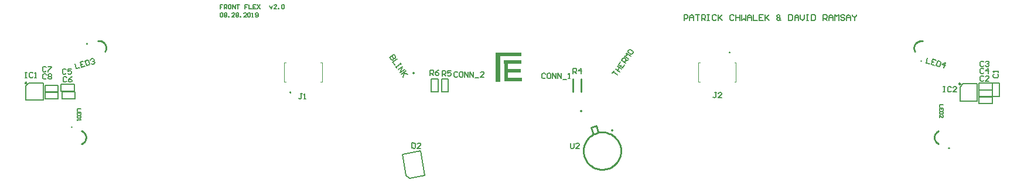
<source format=gto>
%FSTAX23Y23*%
%MOIN*%
%SFA1B1*%

%IPPOS*%
%ADD10C,0.010000*%
%ADD11C,0.007870*%
%ADD12C,0.005000*%
%ADD13C,0.006000*%
%ADD14C,0.003940*%
%ADD15C,0.008000*%
%ADD16R,0.097440X0.021290*%
%ADD17R,0.099030X0.023540*%
%ADD18R,0.101210X0.021200*%
%ADD19R,0.023890X0.123980*%
%ADD20R,0.149040X0.021200*%
%ADD21R,0.026390X0.166770*%
%LNfront_flex-1*%
%LPD*%
G36*
X-00034Y00685D02*
D01*
G37*
G54D10*
X00403Y00518D02*
D01*
X00403Y00519*
X00403Y00519*
X00403Y00519*
X00403Y00519*
X00403Y00519*
X00403Y00519*
X00403Y00519*
X00403Y00519*
X00403Y0052*
X00402Y0052*
X00402Y0052*
X00402Y0052*
X00402Y0052*
X00402Y0052*
X00402Y0052*
X00402Y0052*
X00402Y0052*
X00402Y0052*
X00401Y0052*
X00401Y0052*
X00401Y0052*
X00401Y0052*
X00401*
X00401Y0052*
X00401Y0052*
X004Y0052*
X004Y0052*
X004Y0052*
X004Y0052*
X004Y0052*
X004Y0052*
X004Y0052*
X004Y0052*
X00399Y0052*
X00399Y0052*
X00399Y0052*
X00399Y00519*
X00399Y00519*
X00399Y00519*
X00399Y00519*
X00399Y00519*
X00399Y00519*
X00399Y00519*
X00399Y00519*
X00399Y00518*
X00399Y00518*
X00399Y00518*
X00399Y00518*
X00399Y00518*
X00399Y00518*
X00399Y00518*
X00399Y00517*
X00399Y00517*
X00399Y00517*
X00399Y00517*
X00399Y00517*
X004Y00517*
X004Y00517*
X004Y00517*
X004Y00517*
X004Y00517*
X004Y00517*
X004Y00517*
X004Y00516*
X00401Y00516*
X00401Y00516*
X00401Y00516*
X00401*
X00401Y00516*
X00401Y00516*
X00401Y00516*
X00402Y00517*
X00402Y00517*
X00402Y00517*
X00402Y00517*
X00402Y00517*
X00402Y00517*
X00402Y00517*
X00402Y00517*
X00402Y00517*
X00403Y00517*
X00403Y00517*
X00403Y00517*
X00403Y00518*
X00403Y00518*
X00403Y00518*
X00403Y00518*
X00403Y00518*
X00403Y00518*
X00403Y00518*
X-0055Y00734D02*
D01*
X-0055Y00735*
X-0055Y00735*
X-0055Y00735*
X-0055Y00735*
X-0055Y00735*
X-0055Y00735*
X-0055Y00735*
X-00551Y00736*
X-00551Y00736*
X-00551Y00736*
X-00551Y00736*
X-00551Y00736*
X-00551Y00736*
X-00551Y00736*
X-00551Y00736*
X-00551Y00736*
X-00551Y00736*
X-00552Y00736*
X-00552Y00736*
X-00552Y00736*
X-00552Y00736*
X-00552Y00736*
X-00552*
X-00552Y00736*
X-00553Y00736*
X-00553Y00736*
X-00553Y00736*
X-00553Y00736*
X-00553Y00736*
X-00553Y00736*
X-00553Y00736*
X-00553Y00736*
X-00554Y00736*
X-00554Y00736*
X-00554Y00736*
X-00554Y00736*
X-00554Y00736*
X-00554Y00735*
X-00554Y00735*
X-00554Y00735*
X-00554Y00735*
X-00554Y00735*
X-00554Y00735*
X-00554Y00735*
X-00554Y00734*
X-00554Y00734*
X-00554Y00734*
X-00554Y00734*
X-00554Y00734*
X-00554Y00734*
X-00554Y00734*
X-00554Y00734*
X-00554Y00733*
X-00554Y00733*
X-00554Y00733*
X-00554Y00733*
X-00554Y00733*
X-00553Y00733*
X-00553Y00733*
X-00553Y00733*
X-00553Y00733*
X-00553Y00733*
X-00553Y00733*
X-00553Y00733*
X-00553Y00733*
X-00552Y00733*
X-00552Y00733*
X-00552*
X-00552Y00733*
X-00552Y00733*
X-00552Y00733*
X-00552Y00733*
X-00551Y00733*
X-00551Y00733*
X-00551Y00733*
X-00551Y00733*
X-00551Y00733*
X-00551Y00733*
X-00551Y00733*
X-00551Y00733*
X-00551Y00733*
X-00551Y00733*
X-0055Y00734*
X-0055Y00734*
X-0055Y00734*
X-0055Y00734*
X-0055Y00734*
X-0055Y00734*
X-0055Y00734*
X-0055Y00734*
X0063Y0029D02*
D01*
X0063Y00297*
X00629Y00305*
X00627Y00312*
X00626Y00319*
X00623Y00326*
X00621Y00333*
X00617Y0034*
X00614Y00346*
X0061Y00352*
X00605Y00358*
X006Y00364*
X00595Y00369*
X00589Y00374*
X00583Y00378*
X00577Y00382*
X0057Y00385*
X00563Y00388*
X00556Y00391*
X00549Y00393*
X00542Y00395*
X00535Y00396*
X00527Y00396*
X0052*
X00512Y00396*
X00505Y00395*
X00498Y00393*
X00491Y00391*
X00484Y00388*
X00477Y00385*
X0047Y00382*
X00464Y00378*
X00458Y00374*
X00452Y00369*
X00447Y00364*
X00442Y00358*
X00438Y00352*
X00433Y00346*
X0043Y0034*
X00426Y00333*
X00424Y00326*
X00421Y00319*
X0042Y00312*
X00418Y00305*
X00417Y00297*
X00417Y0029*
X00417Y00282*
X00418Y00275*
X0042Y00268*
X00421Y00261*
X00424Y00253*
X00426Y00247*
X0043Y0024*
X00433Y00233*
X00438Y00227*
X00442Y00221*
X00447Y00216*
X00452Y00211*
X00458Y00206*
X00464Y00202*
X0047Y00198*
X00477Y00194*
X00484Y00191*
X00491Y00189*
X00498Y00187*
X00505Y00185*
X00512Y00184*
X0052Y00184*
X00527*
X00535Y00184*
X00542Y00185*
X00549Y00187*
X00556Y00189*
X00563Y00191*
X0057Y00194*
X00577Y00198*
X00583Y00202*
X00589Y00206*
X00595Y00211*
X006Y00216*
X00605Y00221*
X0061Y00227*
X00614Y00233*
X00617Y0024*
X00621Y00247*
X00623Y00253*
X00626Y00261*
X00627Y00268*
X00629Y00275*
X0063Y00282*
X0063Y0029*
X0058Y00408D02*
D01*
X0058Y00408*
X0058Y00409*
X0058Y00409*
X0058Y00409*
X0058Y00409*
X0058Y00409*
X0058Y00409*
X0058Y00409*
X0058Y00409*
X0058Y00409*
X00579Y00409*
X00579Y00409*
X00579Y00409*
X00579Y00409*
X00579Y00409*
X00579Y0041*
X00579Y0041*
X00579Y0041*
X00579Y0041*
X00579Y0041*
X00579Y0041*
X00579Y0041*
X00579*
X00578Y0041*
X00578Y0041*
X00578Y0041*
X00578Y0041*
X00578Y0041*
X00578Y0041*
X00578Y00409*
X00578Y00409*
X00578Y00409*
X00578Y00409*
X00578Y00409*
X00578Y00409*
X00578Y00409*
X00577Y00409*
X00577Y00409*
X00577Y00409*
X00577Y00409*
X00577Y00409*
X00577Y00409*
X00577Y00409*
X00577Y00408*
X00577Y00408*
X00577Y00408*
X00577Y00408*
X00577Y00408*
X00577Y00408*
X00577Y00408*
X00577Y00408*
X00577Y00408*
X00577Y00408*
X00578Y00408*
X00578Y00408*
X00578Y00407*
X00578Y00407*
X00578Y00407*
X00578Y00407*
X00578Y00407*
X00578Y00407*
X00578Y00407*
X00578Y00407*
X00578Y00407*
X00578Y00407*
X00578Y00407*
X00579Y00407*
X00579*
X00579Y00407*
X00579Y00407*
X00579Y00407*
X00579Y00407*
X00579Y00407*
X00579Y00407*
X00579Y00407*
X00579Y00407*
X00579Y00407*
X00579Y00407*
X00579Y00407*
X0058Y00408*
X0058Y00408*
X0058Y00408*
X0058Y00408*
X0058Y00408*
X0058Y00408*
X0058Y00408*
X0058Y00408*
X0058Y00408*
X0058Y00408*
X0058Y00408*
X-02495Y00427D02*
D01*
X-02495Y00427*
X-02495Y00427*
X-02495Y00427*
X-02495Y00427*
X-02495Y00427*
X-02495Y00427*
X-02495Y00427*
X-02495Y00427*
X-02495Y00427*
X-02495Y00427*
X-02495Y00427*
X-02495Y00427*
X-02495Y00427*
X-02495Y00427*
X-02495Y00427*
X-02495Y00427*
X-02495Y00427*
X-02495Y00427*
X-02495Y00427*
X-02495Y00427*
X-02495Y00427*
X-02496Y00427*
X-02496*
X-02496Y00427*
X-02496Y00427*
X-02496Y00427*
X-02496Y00427*
X-02496Y00427*
X-02496Y00427*
X-02496Y00427*
X-02496Y00427*
X-02496Y00427*
X-02496Y00427*
X-02496Y00427*
X-02496Y00427*
X-02496Y00427*
X-02496Y00427*
X-02496Y00427*
X-02496Y00427*
X-02496Y00427*
X-02496Y00427*
X-02496Y00427*
X-02496Y00427*
X-02496Y00427*
X-02496Y00427*
X-02496Y00427*
X-02496Y00427*
X-02496Y00427*
X-02496Y00426*
X-02496Y00426*
X-02496Y00426*
X-02496Y00426*
X-02496Y00426*
X-02496Y00426*
X-02496Y00426*
X-02496Y00426*
X-02496Y00426*
X-02496Y00426*
X-02496Y00426*
X-02496Y00426*
X-02496Y00426*
X-02496Y00426*
X-02496Y00426*
X-02496Y00426*
X-02496Y00426*
X-02496Y00426*
X-02496Y00426*
X-02496*
X-02495Y00426*
X-02495Y00426*
X-02495Y00426*
X-02495Y00426*
X-02495Y00426*
X-02495Y00426*
X-02495Y00426*
X-02495Y00426*
X-02495Y00426*
X-02495Y00426*
X-02495Y00426*
X-02495Y00426*
X-02495Y00426*
X-02495Y00426*
X-02495Y00426*
X-02495Y00426*
X-02495Y00426*
X-02495Y00426*
X-02495Y00427*
X-02495Y00427*
X-02495Y00427*
X-02495Y00427*
X-02438Y0033D02*
D01*
X-02436Y00331*
X-02433Y00333*
X-02431Y00334*
X-02429Y00336*
X-02427Y00337*
X-02425Y00339*
X-02423Y00341*
X-02421Y00344*
X-0242Y00346*
X-02418Y00348*
X-02417Y00351*
X-02416Y00353*
X-02415Y00356*
X-02415Y00359*
X-02414Y00361*
X-02414Y00364*
X-02414Y00367*
X-02414Y0037*
X-02414Y00372*
X-02415Y00375*
X-02415Y00378*
X-02416Y0038*
X-02417Y00383*
X-02419Y00385*
X-0242Y00388*
X-02422Y0039*
X-02423Y00392*
X-02425Y00394*
X-02427Y00396*
X-02429Y00398*
X-02431Y00399*
X-02434Y00401*
X-02436Y00402*
X-02438Y00403*
X-02408Y00902D02*
D01*
X-02408Y00902*
X-02408Y00902*
X-02408Y00902*
X-02408Y00902*
X-02408Y00902*
X-02408Y00902*
X-02408Y00902*
X-02408Y00902*
X-02408Y00902*
X-02408Y00902*
X-02408Y00902*
X-02408Y00902*
X-02408Y00902*
X-02408Y00902*
X-02408Y00902*
X-02408Y00902*
X-02408Y00902*
X-02408Y00902*
X-02408Y00902*
X-02408Y00902*
X-02408Y00902*
X-02408Y00902*
X-02408*
X-02408Y00902*
X-02408Y00902*
X-02408Y00902*
X-02408Y00902*
X-02408Y00902*
X-02408Y00902*
X-02408Y00902*
X-02408Y00902*
X-02408Y00902*
X-02408Y00902*
X-02408Y00902*
X-02408Y00902*
X-02408Y00902*
X-02408Y00902*
X-02408Y00902*
X-02408Y00902*
X-02408Y00902*
X-02408Y00902*
X-02408Y00902*
X-02408Y00902*
X-02408Y00902*
X-02408Y00902*
X-02408Y00902*
X-02408Y00902*
X-02408Y00902*
X-02408Y00902*
X-02408Y00902*
X-02408Y00901*
X-02408Y00901*
X-02408Y00901*
X-02408Y00901*
X-02408Y00901*
X-02408Y00901*
X-02408Y00901*
X-02408Y00901*
X-02408Y00901*
X-02408Y00901*
X-02408Y00901*
X-02408Y00901*
X-02408Y00901*
X-02408Y00901*
X-02408Y00901*
X-02408Y00901*
X-02408Y00901*
X-02408*
X-02408Y00901*
X-02408Y00901*
X-02408Y00901*
X-02408Y00901*
X-02408Y00901*
X-02408Y00901*
X-02408Y00901*
X-02408Y00901*
X-02408Y00901*
X-02408Y00901*
X-02408Y00901*
X-02408Y00901*
X-02408Y00901*
X-02408Y00901*
X-02408Y00901*
X-02408Y00901*
X-02408Y00902*
X-02408Y00902*
X-02408Y00902*
X-02408Y00902*
X-02408Y00902*
X-02408Y00902*
X-02305Y00856D02*
D01*
X-02304Y00859*
X-02303Y00861*
X-02302Y00864*
X-02301Y00866*
X-023Y00869*
X-023Y00872*
X-02299Y00875*
X-02299Y00877*
X-02299Y0088*
X-023Y00883*
X-023Y00886*
X-02301Y00888*
X-02302Y00891*
X-02303Y00893*
X-02304Y00896*
X-02305Y00898*
X-02307Y009*
X-02308Y00903*
X-0231Y00905*
X-02312Y00907*
X-02314Y00908*
X-02317Y0091*
X-02319Y00911*
X-02321Y00913*
X-02324Y00914*
X-02326Y00915*
X-02329Y00915*
X-02332Y00916*
X-02334Y00916*
X-02337Y00917*
X-0234Y00917*
X-02343Y00916*
X-02345Y00916*
X-02347Y00916*
X02496Y00306D02*
D01*
X02496Y00306*
X02496Y00306*
X02496Y00306*
X02496Y00306*
X02496Y00306*
X02496Y00306*
X02496Y00306*
X02496Y00306*
X02496Y00306*
X02496Y00306*
X02496Y00306*
X02496Y00306*
X02496Y00307*
X02496Y00307*
X02496Y00307*
X02496Y00307*
X02496Y00307*
X02496Y00307*
X02496Y00307*
X02496Y00307*
X02496Y00307*
X02496Y00307*
X02496*
X02495Y00307*
X02495Y00307*
X02495Y00307*
X02495Y00307*
X02495Y00307*
X02495Y00307*
X02495Y00307*
X02495Y00307*
X02495Y00307*
X02495Y00306*
X02495Y00306*
X02495Y00306*
X02495Y00306*
X02495Y00306*
X02495Y00306*
X02495Y00306*
X02495Y00306*
X02495Y00306*
X02495Y00306*
X02495Y00306*
X02495Y00306*
X02495Y00306*
X02495Y00306*
X02495Y00306*
X02495Y00306*
X02495Y00306*
X02495Y00306*
X02495Y00306*
X02495Y00306*
X02495Y00306*
X02495Y00306*
X02495Y00306*
X02495Y00306*
X02495Y00306*
X02495Y00306*
X02495Y00306*
X02495Y00306*
X02495Y00306*
X02495Y00306*
X02495Y00306*
X02495Y00306*
X02495Y00306*
X02495Y00306*
X02496Y00306*
X02496*
X02496Y00306*
X02496Y00306*
X02496Y00306*
X02496Y00306*
X02496Y00306*
X02496Y00306*
X02496Y00306*
X02496Y00306*
X02496Y00306*
X02496Y00306*
X02496Y00306*
X02496Y00306*
X02496Y00306*
X02496Y00306*
X02496Y00306*
X02496Y00306*
X02496Y00306*
X02496Y00306*
X02496Y00306*
X02496Y00306*
X02496Y00306*
X02496Y00306*
X02438Y00403D02*
D01*
X02436Y00402*
X02433Y004*
X02431Y00399*
X02429Y00397*
X02427Y00395*
X02425Y00393*
X02423Y00391*
X02421Y00389*
X0242Y00387*
X02418Y00385*
X02417Y00382*
X02416Y00379*
X02415Y00377*
X02415Y00374*
X02414Y00371*
X02414Y00369*
X02414Y00366*
X02414Y00363*
X02414Y00361*
X02415Y00358*
X02415Y00355*
X02416Y00353*
X02417Y0035*
X02419Y00348*
X0242Y00345*
X02422Y00343*
X02423Y00341*
X02425Y00339*
X02427Y00337*
X02429Y00335*
X02431Y00334*
X02434Y00332*
X02436Y00331*
X02438Y0033*
X02337Y00803D02*
D01*
X02337Y00803*
X02337Y00803*
X02337Y00803*
X02337Y00803*
X02337Y00803*
X02337Y00803*
X02337Y00803*
X02337Y00803*
X02337Y00803*
X02337Y00803*
X02337Y00803*
X02337Y00803*
X02337Y00803*
X02337Y00803*
X02337Y00803*
X02337Y00803*
X02337Y00803*
X02337Y00803*
X02337Y00803*
X02337Y00803*
X02337Y00803*
X02337Y00803*
X02337*
X02337Y00803*
X02337Y00803*
X02336Y00803*
X02336Y00803*
X02336Y00803*
X02336Y00803*
X02336Y00803*
X02336Y00803*
X02336Y00803*
X02336Y00803*
X02336Y00803*
X02336Y00803*
X02336Y00803*
X02336Y00803*
X02336Y00803*
X02336Y00803*
X02336Y00803*
X02336Y00803*
X02336Y00803*
X02336Y00803*
X02336Y00803*
X02336Y00803*
X02336Y00803*
X02336Y00803*
X02336Y00803*
X02336Y00802*
X02336Y00802*
X02336Y00802*
X02336Y00802*
X02336Y00802*
X02336Y00802*
X02336Y00802*
X02336Y00802*
X02336Y00802*
X02336Y00802*
X02336Y00802*
X02336Y00802*
X02336Y00802*
X02336Y00802*
X02336Y00802*
X02336Y00802*
X02337Y00802*
X02337Y00802*
X02337Y00802*
X02337*
X02337Y00802*
X02337Y00802*
X02337Y00802*
X02337Y00802*
X02337Y00802*
X02337Y00802*
X02337Y00802*
X02337Y00802*
X02337Y00802*
X02337Y00802*
X02337Y00802*
X02337Y00802*
X02337Y00802*
X02337Y00802*
X02337Y00802*
X02337Y00802*
X02337Y00802*
X02337Y00802*
X02337Y00803*
X02337Y00803*
X02337Y00803*
X02337Y00803*
X02346Y00915D02*
D01*
X02343Y00915*
X0234Y00915*
X02338Y00916*
X02335Y00916*
X02332Y00915*
X02329Y00915*
X02327Y00914*
X02324Y00913*
X02322Y00912*
X02319Y00911*
X02317Y0091*
X02314Y00908*
X02312Y00907*
X0231Y00905*
X02308Y00903*
X02306Y00901*
X02305Y00899*
X02303Y00896*
X02302Y00894*
X02301Y00892*
X023Y00889*
X02299Y00886*
X02298Y00884*
X02298Y00881*
X02298Y00878*
X02298Y00876*
X02298Y00873*
X02298Y0087*
X02299Y00867*
X02299Y00865*
X023Y00862*
X02301Y0086*
X02303Y00857*
X02304Y00855*
X00459Y00422D02*
X00473Y00383D01*
X00459Y00422D02*
X0049Y00433D01*
X00502Y00398*
X00357Y00628D02*
Y00699D01*
X00404Y00628D02*
Y00699D01*
G54D11*
X-02752Y00678D02*
D01*
X-02752Y00678*
X-02752Y00678*
X-02752Y00679*
X-02752Y00679*
X-02752Y00679*
X-02752Y00679*
X-02752Y0068*
X-02752Y0068*
X-02753Y0068*
X-02753Y0068*
X-02753Y0068*
X-02753Y00681*
X-02753Y00681*
X-02754Y00681*
X-02754Y00681*
X-02754Y00681*
X-02754Y00681*
X-02755Y00682*
X-02755Y00682*
X-02755Y00682*
X-02755Y00682*
X-02756Y00682*
X-02756*
X-02756Y00682*
X-02756Y00682*
X-02757Y00682*
X-02757Y00682*
X-02757Y00681*
X-02758Y00681*
X-02758Y00681*
X-02758Y00681*
X-02758Y00681*
X-02758Y00681*
X-02759Y0068*
X-02759Y0068*
X-02759Y0068*
X-02759Y0068*
X-02759Y0068*
X-02759Y00679*
X-02759Y00679*
X-0276Y00679*
X-0276Y00679*
X-0276Y00678*
X-0276Y00678*
X-0276Y00678*
X-0276Y00677*
X-0276Y00677*
X-0276Y00677*
X-0276Y00677*
X-02759Y00676*
X-02759Y00676*
X-02759Y00676*
X-02759Y00676*
X-02759Y00675*
X-02759Y00675*
X-02759Y00675*
X-02758Y00675*
X-02758Y00675*
X-02758Y00674*
X-02758Y00674*
X-02758Y00674*
X-02757Y00674*
X-02757Y00674*
X-02757Y00674*
X-02756Y00674*
X-02756Y00674*
X-02756Y00674*
X-02756*
X-02755Y00674*
X-02755Y00674*
X-02755Y00674*
X-02755Y00674*
X-02754Y00674*
X-02754Y00674*
X-02754Y00674*
X-02754Y00674*
X-02753Y00675*
X-02753Y00675*
X-02753Y00675*
X-02753Y00675*
X-02753Y00675*
X-02752Y00676*
X-02752Y00676*
X-02752Y00676*
X-02752Y00676*
X-02752Y00677*
X-02752Y00677*
X-02752Y00677*
X-02752Y00677*
X-02752Y00678*
X02563Y00672D02*
D01*
X02563Y00673*
X02563Y00673*
X02563Y00673*
X02562Y00673*
X02562Y00674*
X02562Y00674*
X02562Y00674*
X02562Y00674*
X02562Y00675*
X02562Y00675*
X02562Y00675*
X02561Y00675*
X02561Y00675*
X02561Y00676*
X02561Y00676*
X0256Y00676*
X0256Y00676*
X0256Y00676*
X0256Y00676*
X02559Y00676*
X02559Y00676*
X02559Y00676*
X02559*
X02558Y00676*
X02558Y00676*
X02558Y00676*
X02557Y00676*
X02557Y00676*
X02557Y00676*
X02557Y00676*
X02556Y00676*
X02556Y00675*
X02556Y00675*
X02556Y00675*
X02556Y00675*
X02555Y00675*
X02555Y00674*
X02555Y00674*
X02555Y00674*
X02555Y00674*
X02555Y00673*
X02555Y00673*
X02555Y00673*
X02555Y00673*
X02555Y00672*
X02555Y00672*
X02555Y00672*
X02555Y00671*
X02555Y00671*
X02555Y00671*
X02555Y00671*
X02555Y0067*
X02555Y0067*
X02555Y0067*
X02556Y0067*
X02556Y0067*
X02556Y00669*
X02556Y00669*
X02556Y00669*
X02557Y00669*
X02557Y00669*
X02557Y00669*
X02557Y00668*
X02558Y00668*
X02558Y00668*
X02558Y00668*
X02559Y00668*
X02559*
X02559Y00668*
X02559Y00668*
X0256Y00668*
X0256Y00668*
X0256Y00669*
X0256Y00669*
X02561Y00669*
X02561Y00669*
X02561Y00669*
X02561Y00669*
X02562Y0067*
X02562Y0067*
X02562Y0067*
X02562Y0067*
X02562Y0067*
X02562Y00671*
X02562Y00671*
X02562Y00671*
X02563Y00671*
X02563Y00672*
X02563Y00672*
X02563Y00672*
X01252Y00852D02*
D01*
X01252Y00852*
X01252Y00852*
X01252Y00852*
X01252Y00852*
X01252Y00852*
X01252Y00852*
X01252Y00853*
X01252Y00853*
X01252Y00853*
X01252Y00853*
X01252Y00853*
X01252Y00853*
X01252Y00853*
X01251Y00853*
X01251Y00853*
X01251Y00853*
X01251Y00853*
X01251Y00854*
X01251Y00854*
X01251Y00854*
X01251Y00854*
X0125Y00854*
X0125*
X0125Y00854*
X0125Y00854*
X0125Y00854*
X0125Y00854*
X0125Y00853*
X0125Y00853*
X01249Y00853*
X01249Y00853*
X01249Y00853*
X01249Y00853*
X01249Y00853*
X01249Y00853*
X01249Y00853*
X01249Y00853*
X01249Y00853*
X01249Y00852*
X01249Y00852*
X01248Y00852*
X01248Y00852*
X01248Y00852*
X01248Y00852*
X01248Y00852*
D01*
X01248Y00851*
X01248Y00851*
X01248Y00851*
X01248Y00851*
X01249Y00851*
X01249Y00851*
X01249Y00851*
X01249Y00851*
X01249Y0085*
X01249Y0085*
X01249Y0085*
X01249Y0085*
X01249Y0085*
X01249Y0085*
X01249Y0085*
X0125Y0085*
X0125Y0085*
X0125Y0085*
X0125Y0085*
X0125Y0085*
X0125Y0085*
X0125Y0085*
X0125*
X01251Y0085*
X01251Y0085*
X01251Y0085*
X01251Y0085*
X01251Y0085*
X01251Y0085*
X01251Y0085*
X01251Y0085*
X01252Y0085*
X01252Y0085*
X01252Y0085*
X01252Y0085*
X01252Y0085*
X01252Y00851*
X01252Y00851*
X01252Y00851*
X01252Y00851*
X01252Y00851*
X01252Y00851*
X01252Y00851*
X01252Y00851*
X01252Y00852*
D01*
X01252Y00852*
X01252Y00852*
X01252Y00852*
X01252Y00852*
X01252Y00852*
X01252Y00852*
X01252Y00853*
X01252Y00853*
X01252Y00853*
X01252Y00853*
X01252Y00853*
X01252Y00853*
X01252Y00853*
X01251Y00853*
X01251Y00853*
X01251Y00853*
X01251Y00853*
X01251Y00854*
X01251Y00854*
X01251Y00854*
X01251Y00854*
X0125Y00854*
X0125*
X0125Y00854*
X0125Y00854*
X0125Y00854*
X0125Y00854*
X0125Y00853*
X0125Y00853*
X01249Y00853*
X01249Y00853*
X01249Y00853*
X01249Y00853*
X01249Y00853*
X01249Y00853*
X01249Y00853*
X01249Y00853*
X01249Y00853*
X01249Y00852*
X01249Y00852*
X01248Y00852*
X01248Y00852*
X01248Y00852*
X01248Y00852*
X01248Y00852*
X-01252Y00623D02*
D01*
X-01252Y00623*
X-01252Y00623*
X-01252Y00623*
X-01252Y00623*
X-01252Y00623*
X-01252Y00622*
X-01252Y00622*
X-01252Y00622*
X-01252Y00622*
X-01252Y00622*
X-01252Y00622*
X-01252Y00622*
X-01252Y00622*
X-01251Y00622*
X-01251Y00622*
X-01251Y00622*
X-01251Y00621*
X-01251Y00621*
X-01251Y00621*
X-01251Y00621*
X-01251Y00621*
X-0125Y00621*
X-0125*
X-0125Y00621*
X-0125Y00621*
X-0125Y00621*
X-0125Y00621*
X-0125Y00621*
X-0125Y00622*
X-01249Y00622*
X-01249Y00622*
X-01249Y00622*
X-01249Y00622*
X-01249Y00622*
X-01249Y00622*
X-01249Y00622*
X-01249Y00622*
X-01249Y00622*
X-01249Y00622*
X-01249Y00623*
X-01248Y00623*
X-01248Y00623*
X-01248Y00623*
X-01248Y00623*
X-01248Y00623*
D01*
X-01248Y00623*
X-01248Y00624*
X-01248Y00624*
X-01248Y00624*
X-01249Y00624*
X-01249Y00624*
X-01249Y00624*
X-01249Y00624*
X-01249Y00624*
X-01249Y00625*
X-01249Y00625*
X-01249Y00625*
X-01249Y00625*
X-01249Y00625*
X-01249Y00625*
X-0125Y00625*
X-0125Y00625*
X-0125Y00625*
X-0125Y00625*
X-0125Y00625*
X-0125Y00625*
X-0125Y00625*
X-0125*
X-01251Y00625*
X-01251Y00625*
X-01251Y00625*
X-01251Y00625*
X-01251Y00625*
X-01251Y00625*
X-01251Y00625*
X-01251Y00625*
X-01252Y00625*
X-01252Y00625*
X-01252Y00625*
X-01252Y00625*
X-01252Y00624*
X-01252Y00624*
X-01252Y00624*
X-01252Y00624*
X-01252Y00624*
X-01252Y00624*
X-01252Y00624*
X-01252Y00624*
X-01252Y00623*
X-01252Y00623*
D01*
X-01252Y00623*
X-01252Y00623*
X-01252Y00623*
X-01252Y00623*
X-01252Y00623*
X-01252Y00622*
X-01252Y00622*
X-01252Y00622*
X-01252Y00622*
X-01252Y00622*
X-01252Y00622*
X-01252Y00622*
X-01252Y00622*
X-01251Y00622*
X-01251Y00622*
X-01251Y00622*
X-01251Y00621*
X-01251Y00621*
X-01251Y00621*
X-01251Y00621*
X-01251Y00621*
X-0125Y00621*
X-0125*
X-0125Y00621*
X-0125Y00621*
X-0125Y00621*
X-0125Y00621*
X-0125Y00621*
X-0125Y00622*
X-01249Y00622*
X-01249Y00622*
X-01249Y00622*
X-01249Y00622*
X-01249Y00622*
X-01249Y00622*
X-01249Y00622*
X-01249Y00622*
X-01249Y00622*
X-01249Y00622*
X-01249Y00623*
X-01248Y00623*
X-01248Y00623*
X-01248Y00623*
X-01248Y00623*
X-01248Y00623*
X-02756Y0066D02*
X-02738Y00678D01*
X-02756Y00579D02*
Y0066D01*
Y00579D02*
X-02657D01*
Y00678*
X-02738D02*
X-02657D01*
X02577Y00672D02*
X02658D01*
Y00573D02*
Y00672D01*
X02559Y00573D02*
X02658D01*
X02559D02*
Y00654D01*
X02577Y00672*
X-01635Y01123D02*
X-01651D01*
Y01111*
X-01643*
X-01651*
Y01099*
X-01627D02*
Y01123D01*
X-01616*
X-01612Y01119*
Y01111*
X-01616Y01107*
X-01627*
X-01619D02*
X-01612Y01099D01*
X-01592Y01123D02*
X-016D01*
X-01604Y01119*
Y01103*
X-016Y01099*
X-01592*
X-01588Y01103*
Y01119*
X-01592Y01123*
X-0158Y01099D02*
Y01123D01*
X-01564Y01099*
Y01123*
X-01556D02*
X-01541D01*
X-01549*
Y01099*
X-01493Y01123D02*
X-01509D01*
Y01111*
X-01501*
X-01509*
Y01099*
X-01486Y01123D02*
Y01099D01*
X-0147*
X-01446Y01123D02*
X-01462D01*
Y01099*
X-01446*
X-01462Y01111D02*
X-01454D01*
X-01438Y01123D02*
X-01423Y01099D01*
Y01123D02*
X-01438Y01099D01*
X-01368Y01115D02*
X-0136Y01099D01*
X-01352Y01115*
X-01328Y01099D02*
X-01344D01*
X-01328Y01115*
Y01119*
X-01332Y01123*
X-0134*
X-01344Y01119*
X-0132Y01099D02*
Y01103D01*
X-01316*
Y01099*
X-0132*
X-01301Y01119D02*
X-01297Y01123D01*
X-01289*
X-01285Y01119*
Y01103*
X-01289Y01099*
X-01297*
X-01301Y01103*
Y01119*
X-01651Y01072D02*
X-01647Y01076D01*
X-01639*
X-01635Y01072*
Y01056*
X-01639Y01052*
X-01647*
X-01651Y01056*
Y01072*
X-01627D02*
X-01623Y01076D01*
X-01616*
X-01612Y01072*
Y01068*
X-01616Y01064*
X-01612Y0106*
Y01056*
X-01616Y01052*
X-01623*
X-01627Y01056*
Y0106*
X-01623Y01064*
X-01627Y01068*
Y01072*
X-01623Y01064D02*
X-01616D01*
X-01604Y01052D02*
Y01056D01*
X-016*
Y01052*
X-01604*
X-01568D02*
X-01584D01*
X-01568Y01068*
Y01072*
X-01572Y01076*
X-0158*
X-01584Y01072*
X-0156D02*
X-01556Y01076D01*
X-01549*
X-01545Y01072*
Y01068*
X-01549Y01064*
X-01545Y0106*
Y01056*
X-01549Y01052*
X-01556*
X-0156Y01056*
Y0106*
X-01556Y01064*
X-0156Y01068*
Y01072*
X-01556Y01064D02*
X-01549D01*
X-01537Y01052D02*
Y01056D01*
X-01533*
Y01052*
X-01537*
X-01501D02*
X-01517D01*
X-01501Y01068*
Y01072*
X-01505Y01076*
X-01513*
X-01517Y01072*
X-01493D02*
X-0149Y01076D01*
X-01482*
X-01478Y01072*
Y01056*
X-01482Y01052*
X-0149*
X-01493Y01056*
Y01072*
X-0147Y01052D02*
X-01462D01*
X-01466*
Y01076*
X-0147Y01072*
X-0145Y01056D02*
X-01446Y01052D01*
X-01438*
X-01434Y01056*
Y01072*
X-01438Y01076*
X-01446*
X-0145Y01072*
Y01068*
X-01446Y01064*
X-01434*
X00989Y01033D02*
Y01067D01*
X01005*
X01011Y01061*
Y0105*
X01005Y01044*
X00989*
X01022Y01033D02*
Y01056D01*
X01033Y01067*
X01044Y01056*
Y01033*
Y0105*
X01022*
X01055Y01067D02*
X01078D01*
X01067*
Y01033*
X01089D02*
Y01067D01*
X01106*
X01111Y01061*
Y0105*
X01106Y01044*
X01089*
X011D02*
X01111Y01033D01*
X01122Y01067D02*
X01134D01*
X01128*
Y01033*
X01122*
X01134*
X01173Y01061D02*
X01167Y01067D01*
X01156*
X0115Y01061*
Y01039*
X01156Y01033*
X01167*
X01173Y01039*
X01184Y01067D02*
Y01033D01*
Y01044*
X01206Y01067*
X01189Y0105*
X01206Y01033*
X01273Y01061D02*
X01267Y01067D01*
X01256*
X01251Y01061*
Y01039*
X01256Y01033*
X01267*
X01273Y01039*
X01284Y01067D02*
Y01033D01*
Y0105*
X01306*
Y01067*
Y01033*
X01318Y01067D02*
Y01033D01*
X01329Y01044*
X0134Y01033*
Y01067*
X01351Y01033D02*
Y01056D01*
X01362Y01067*
X01373Y01056*
Y01033*
Y0105*
X01351*
X01384Y01067D02*
Y01033D01*
X01407*
X0144Y01067D02*
X01418D01*
Y01033*
X0144*
X01418Y0105D02*
X01429D01*
X01451Y01067D02*
Y01033D01*
Y01044*
X01474Y01067*
X01457Y0105*
X01474Y01033*
X01541D02*
X01535Y01039D01*
X01529Y01033*
X01524*
X01518Y01039*
Y01044*
X01524Y0105*
X01518Y01056*
Y01061*
X01524Y01067*
X01529*
X01535Y01061*
Y01056*
X01529Y0105*
X01535Y01044*
Y01039*
X01541Y0105D02*
X01535Y01044D01*
X01524Y0105D02*
X01529D01*
X01585Y01067D02*
Y01033D01*
X01602*
X01607Y01039*
Y01061*
X01602Y01067*
X01585*
X01619Y01033D02*
Y01056D01*
X0163Y01067*
X01641Y01056*
Y01033*
Y0105*
X01619*
X01652Y01067D02*
Y01044D01*
X01663Y01033*
X01674Y01044*
Y01067*
X01686D02*
X01697D01*
X01691*
Y01033*
X01686*
X01697*
X01713Y01067D02*
Y01033D01*
X0173*
X01736Y01039*
Y01061*
X0173Y01067*
X01713*
X0178Y01033D02*
Y01067D01*
X01797*
X01803Y01061*
Y0105*
X01797Y01044*
X0178*
X01791D02*
X01803Y01033D01*
X01814D02*
Y01056D01*
X01825Y01067*
X01836Y01056*
Y01033*
Y0105*
X01814*
X01847Y01033D02*
Y01067D01*
X01858Y01056*
X0187Y01067*
Y01033*
X01903Y01061D02*
X01897Y01067D01*
X01886*
X01881Y01061*
Y01056*
X01886Y0105*
X01897*
X01903Y01044*
Y01039*
X01897Y01033*
X01886*
X01881Y01039*
X01914Y01033D02*
Y01056D01*
X01925Y01067*
X01936Y01056*
Y01033*
Y0105*
X01914*
X01948Y01067D02*
Y01061D01*
X01959Y0105*
X0197Y01061*
Y01067*
X01959Y0105D02*
Y01033D01*
G54D12*
X-00593Y00149D02*
X-00573Y00134D01*
X-00614Y00271D02*
X-00593Y00149D01*
X-00573Y00134D02*
X-00486Y00149D01*
X-00509Y00289D02*
X-00486Y00149D01*
X-00614Y00271D02*
X-00509Y00289D01*
G54D13*
X02743Y00561D02*
Y00601D01*
X02668D02*
X02743D01*
X02668Y00561D02*
Y00601D01*
Y00561D02*
X02743D01*
X02743Y00636D02*
Y00675D01*
X02668D02*
X02743D01*
X02668Y00636D02*
Y00675D01*
Y00636D02*
X02743D01*
X02743Y00597D02*
Y00636D01*
X02668D02*
X02743D01*
X02668Y00597D02*
Y00636D01*
Y00597D02*
X02743D01*
X02745Y006D02*
X02784D01*
Y00675*
X02745D02*
X02784D01*
X02745Y006D02*
Y00675D01*
X-02477Y00585D02*
Y00625D01*
X-02551D02*
X-02477D01*
X-02551Y00585D02*
Y00625D01*
Y00585D02*
X-02477D01*
X-02481Y00631D02*
Y00671D01*
X-02555D02*
X-02481D01*
X-02555Y00631D02*
Y00671D01*
Y00631D02*
X-02481D01*
X-02572Y00585D02*
Y00625D01*
X-02647D02*
X-02572D01*
X-02647Y00585D02*
Y00625D01*
Y00585D02*
X-02572D01*
X-02647Y00624D02*
Y00663D01*
Y00624D02*
X-02572D01*
Y00663*
X-02647D02*
X-02572D01*
X-00391Y007D02*
X-00352D01*
X-00391Y00625D02*
Y007D01*
Y00625D02*
X-00352D01*
Y007*
X-00448Y00625D02*
X-00408D01*
Y007*
X-00448D02*
X-00408D01*
X-00448Y00625D02*
Y007D01*
X02753Y00727D02*
X02748Y00722D01*
Y00712*
X02753Y00707*
X02773*
X02778Y00712*
Y00722*
X02773Y00727*
X02778Y00737D02*
Y00747D01*
Y00742*
X02748*
X02753Y00737*
X02695Y00756D02*
X0269Y00761D01*
X0268*
X02675Y00756*
Y00736*
X0268Y00731*
X0269*
X02695Y00736*
X0272Y00731D02*
Y00761D01*
X02705Y00746*
X02725*
X02695Y00713D02*
X0269Y00718D01*
X0268*
X02675Y00713*
Y00693*
X0268Y00688*
X0269*
X02695Y00693*
X02725Y00688D02*
X02705D01*
X02725Y00708*
Y00713*
X0272Y00718*
X0271*
X02705Y00713*
X02694Y00795D02*
X02689Y008D01*
X02679*
X02674Y00795*
Y00775*
X02679Y0077*
X02689*
X02694Y00775*
X02704Y00795D02*
X02709Y008D01*
X02719*
X02724Y00795*
Y0079*
X02719Y00785*
X02714*
X02719*
X02724Y0078*
Y00775*
X02719Y0077*
X02709*
X02704Y00775*
X-02524Y00707D02*
X-02529Y00712D01*
X-02539*
X-02544Y00707*
Y00687*
X-02539Y00682*
X-02529*
X-02524Y00687*
X-02494Y00712D02*
X-02504Y00707D01*
X-02514Y00697*
Y00687*
X-02509Y00682*
X-02499*
X-02494Y00687*
Y00692*
X-02499Y00697*
X-02514*
X-02638Y00724D02*
X-02643Y00729D01*
X-02653*
X-02658Y00724*
Y00704*
X-02653Y00699*
X-02643*
X-02638Y00704*
X-02628Y00724D02*
X-02623Y00729D01*
X-02613*
X-02608Y00724*
Y00719*
X-02613Y00714*
X-02608Y00709*
Y00704*
X-02613Y00699*
X-02623*
X-02628Y00704*
Y00709*
X-02623Y00714*
X-02628Y00719*
Y00724*
X-02623Y00714D02*
X-02613D01*
X-02641Y00766D02*
X-02646Y00771D01*
X-02656*
X-02661Y00766*
Y00746*
X-02656Y00741*
X-02646*
X-02641Y00746*
X-02631Y00771D02*
X-02611D01*
Y00766*
X-02631Y00746*
Y00741*
X-02527Y00752D02*
X-02532Y00757D01*
X-02542*
X-02547Y00752*
Y00732*
X-02542Y00727*
X-02532*
X-02527Y00732*
X-02497Y00757D02*
X-02517D01*
Y00742*
X-02507Y00747*
X-02502*
X-02497Y00742*
Y00732*
X-02502Y00727*
X-02512*
X-02517Y00732*
X-00558Y00335D02*
X-00558Y00305D01*
X-00543Y00304*
X-00538Y00309*
X-00538Y00329*
X-00543Y00334*
X-00558Y00335*
X-00508Y00304D02*
X-00528Y00304D01*
X-00508Y00324*
X-00508Y00329*
X-00513Y00334*
X-00523Y00334*
X-00528Y00329*
X00343Y00334D02*
Y00309D01*
X00348Y00304*
X00358*
X00363Y00309*
Y00334*
X00393Y00304D02*
X00373D01*
X00393Y00324*
Y00329*
X00388Y00334*
X00378*
X00373Y00329*
X02464Y00655D02*
X02474D01*
X02469*
Y00625*
X02464*
X02474*
X02509Y0065D02*
X02504Y00655D01*
X02494*
X02489Y0065*
Y0063*
X02494Y00625*
X02504*
X02509Y0063*
X02539Y00625D02*
X02519D01*
X02539Y00645*
Y0065*
X02534Y00655*
X02524*
X02519Y0065*
X-0276Y00737D02*
X-0275D01*
X-02755*
Y00707*
X-0276*
X-0275*
X-02715Y00732D02*
X-0272Y00737D01*
X-0273*
X-02735Y00732*
Y00712*
X-0273Y00707*
X-0272*
X-02715Y00712*
X-02705Y00707D02*
X-02695D01*
X-027*
Y00737*
X-02705Y00732*
X-00455Y00721D02*
Y00751D01*
X-0044*
X-00435Y00746*
Y00736*
X-0044Y00731*
X-00455*
X-00445D02*
X-00435Y00721D01*
X-00405Y00751D02*
X-00415Y00746D01*
X-00425Y00736*
Y00726*
X-0042Y00721*
X-0041*
X-00405Y00726*
Y00731*
X-0041Y00736*
X-00425*
X-00387Y00718D02*
Y00748D01*
X-00372*
X-00367Y00743*
Y00733*
X-00372Y00728*
X-00387*
X-00377D02*
X-00367Y00718D01*
X-00337Y00748D02*
X-00357D01*
Y00733*
X-00347Y00738*
X-00342*
X-00337Y00733*
Y00723*
X-00342Y00718*
X-00352*
X-00357Y00723*
X00358Y0073D02*
Y0076D01*
X00373*
X00378Y00755*
Y00745*
X00373Y0074*
X00358*
X00368D02*
X00378Y0073D01*
X00403D02*
Y0076D01*
X00388Y00745*
X00408*
X-00298Y00735D02*
X-00303Y0074D01*
X-00313*
X-00318Y00735*
Y00715*
X-00313Y0071*
X-00303*
X-00298Y00715*
X-00273Y0074D02*
X-00283D01*
X-00288Y00735*
Y00715*
X-00283Y0071*
X-00273*
X-00268Y00715*
Y00735*
X-00273Y0074*
X-00258Y0071D02*
Y0074D01*
X-00238Y0071*
Y0074*
X-00228Y0071D02*
Y0074D01*
X-00208Y0071*
Y0074*
X-00198Y00705D02*
X-00178D01*
X-00148Y0071D02*
X-00168D01*
X-00148Y0073*
Y00735*
X-00153Y0074*
X-00163*
X-00168Y00735*
X00202Y00727D02*
X00197Y00732D01*
X00187*
X00182Y00727*
Y00707*
X00187Y00702*
X00197*
X00202Y00707*
X00227Y00732D02*
X00217D01*
X00212Y00727*
Y00707*
X00217Y00702*
X00227*
X00232Y00707*
Y00727*
X00227Y00732*
X00242Y00702D02*
Y00732D01*
X00262Y00702*
Y00732*
X00272Y00702D02*
Y00732D01*
X00292Y00702*
Y00732*
X00302Y00697D02*
X00322D01*
X00332Y00702D02*
X00342D01*
X00337*
Y00732*
X00332Y00727*
X-01183Y00615D02*
X-01193D01*
X-01188*
Y0059*
X-01193Y00585*
X-01198*
X-01203Y0059*
X-01173Y00585D02*
X-01163D01*
X-01168*
Y00615*
X-01173Y0061*
X02375Y0082D02*
X02367Y00791D01*
X02387Y00786*
X02423Y00807D02*
X02404Y00812D01*
X02396Y00783*
X02415Y00778*
X024Y00798D02*
X0241Y00795D01*
X02433Y00804D02*
X02425Y00775D01*
X0244Y00771*
X02446Y00775*
X02451Y00794*
X02448Y008*
X02433Y00804*
X02468Y00763D02*
X02476Y00792D01*
X02458Y00782*
X02477Y00776*
X02463Y00554D02*
X02443D01*
Y00541*
X02463Y00521D02*
Y00534D01*
X02443*
Y00521*
X02453Y00534D02*
Y00528D01*
X02463Y00514D02*
X02443D01*
Y00504*
X02446Y00501*
X0246*
X02463Y00504*
Y00514*
X02443Y00481D02*
Y00494D01*
X02456Y00481*
X0246*
X02463Y00484*
Y00491*
X0246Y00494*
X-02476Y00787D02*
X-02468Y00759D01*
X-02449Y00764*
X-02428Y00801D02*
X-02447Y00795D01*
X-02439Y00767*
X-0242Y00772*
X-02443Y00781D02*
X-02434Y00784D01*
X-02418Y00804D02*
X-0241Y00775D01*
X-02396Y00779*
X-02392Y00785*
X-02398Y00804*
X-02404Y00808*
X-02418Y00804*
X-02388Y00807D02*
X-02385Y00813D01*
X-02375Y00816*
X-02369Y00812*
X-02367Y00807*
X-02371Y00801*
X-02376Y008*
X-02371Y00801*
X-02365Y00798*
X-02363Y00793*
X-02367Y00787*
X-02377Y00784*
X-02383Y00787*
X-02442Y00529D02*
X-02462D01*
Y00516*
X-02442Y00496D02*
Y00509D01*
X-02462*
Y00496*
X-02452Y00509D02*
Y00503D01*
X-02442Y00489D02*
X-02462D01*
Y00479*
X-02459Y00476*
X-02445*
X-02442Y00479*
Y00489*
X-02462Y00469D02*
Y00463D01*
Y00466*
X-02442*
X-02445Y00469*
X01175Y00622D02*
X01165D01*
X0117*
Y00597*
X01165Y00592*
X0116*
X01155Y00597*
X01205Y00592D02*
X01185D01*
X01205Y00612*
Y00617*
X012Y00622*
X0119*
X01185Y00617*
G54D14*
X01276Y00682D02*
X01285D01*
X01276D02*
X01285D01*
X0107D02*
X01079D01*
X0107D02*
X01079D01*
X0107Y00793D02*
X01079D01*
X0107D02*
X01079D01*
X01276D02*
X01285D01*
X01276D02*
X01285D01*
X0107Y00682D02*
Y00793D01*
Y00682D02*
Y00793D01*
X01285Y00682D02*
Y00793D01*
Y00682D02*
Y00793D01*
X-01285D02*
X-01276D01*
X-01285D02*
X-01276D01*
X-01079D02*
X-0107D01*
X-01079D02*
X-0107D01*
X-01079Y00682D02*
X-0107D01*
X-01079D02*
X-0107D01*
X-01285D02*
X-01276D01*
X-01285D02*
X-01276D01*
X-0107D02*
Y00793D01*
Y00682D02*
Y00793D01*
X-01285Y00682D02*
Y00793D01*
Y00682D02*
Y00793D01*
G54D15*
X-0066Y00839D02*
X-00685Y00822D01*
X-00676Y00809*
X-00669Y00808*
X-00665Y00811*
X-00664Y00818*
X-00673Y0083*
X-00664Y00818*
X-00657Y00817*
X-00653Y0082*
X-00652Y00827*
X-0066Y00839*
X-00643Y00814D02*
X-00668Y00797D01*
X-00656Y00781*
X-00626Y0079D02*
X-0062Y00782D01*
X-00623Y00786*
X-00648Y00768*
X-00651Y00773*
X-00645Y00764*
X-00636Y00752D02*
X-00612Y00769D01*
X-00625Y00736*
X-006Y00753*
X-00594Y00745D02*
X-00619Y00727D01*
X-00611Y00733*
X-00583Y00728*
X-00604Y00732*
X-00608Y00711*
X00581Y00732D02*
X00593Y00748D01*
X00587Y0074*
X00612Y00723*
X00599Y00757D02*
X00623Y00739D01*
X00611Y00748*
X00622Y00764*
X0061Y00773*
X00635Y00756*
X00627Y00798D02*
X00616Y00781D01*
X0064Y00764*
X00652Y0078*
X00628Y00773D02*
X00634Y00781D01*
X00658Y00789D02*
X00633Y00806D01*
X00642Y00818*
X00649Y00819*
X00657Y00814*
X00658Y00807*
X00649Y00794*
X00655Y00802D02*
X00669Y00805D01*
X00675Y00813D02*
X0065Y0083D01*
X00664Y00833*
X00662Y00847*
X00686Y00829*
X00676Y00867D02*
X0067Y00859D01*
X00672Y00852*
X00688Y00841*
X00695Y00842*
X00701Y0085*
X00699Y00857*
X00683Y00868*
X00676Y00867*
G54D16*
X00015Y00746D03*
G54D17*
X00015Y00798D03*
G54D18*
X00016Y00696D03*
G54D19*
X-00022Y00747D03*
G54D20*
X-00009Y00841D03*
G54D21*
X-00071Y00768D03*
M02*
</source>
